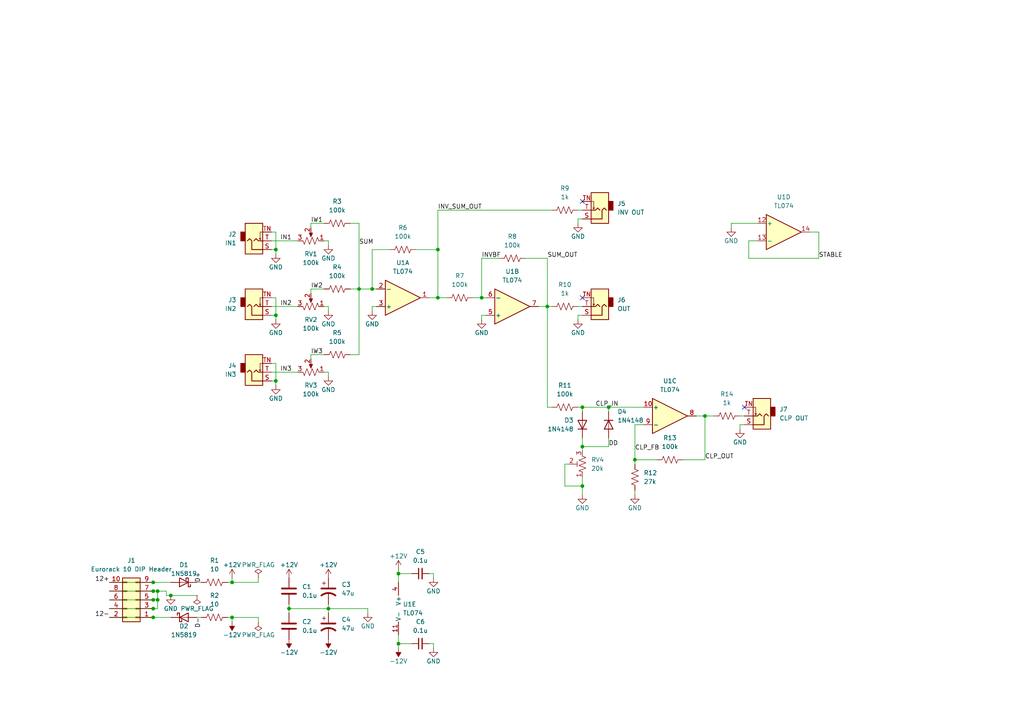
<source format=kicad_sch>
(kicad_sch (version 20230121) (generator eeschema)
  (paper "A4")
  (lib_symbols
    (symbol "Amplifier_Operational:TL074" (pin_names (offset 0.127))
      (property "Reference" "U" (at 0 5.08 0))
      (property "Value" "TL074" (at 0 -5.08 0))
      (symbol "TL074_1_1"
        (polyline (pts (xy -5.08 5.08) (xy 5.08 0) (xy -5.08 -5.08) (xy -5.08 5.08)) (stroke (width 0.254)) (fill (type background)))
        (pin output line (at 7.62 0 180) (length 2.54) (name "~") (number "1"))
        (pin input line (at -7.62 -2.54 0) (length 2.54) (name "-") (number "2"))
        (pin input line (at -7.62 2.54 0) (length 2.54) (name "+") (number "3"))
      )
      (symbol "TL074_2_1"
        (polyline (pts (xy -5.08 5.08) (xy 5.08 0) (xy -5.08 -5.08) (xy -5.08 5.08)) (stroke (width 0.254)) (fill (type background)))
        (pin input line (at -7.62 2.54 0) (length 2.54) (name "+") (number "5"))
        (pin input line (at -7.62 -2.54 0) (length 2.54) (name "-") (number "6"))
        (pin output line (at 7.62 0 180) (length 2.54) (name "~") (number "7"))
      )
      (symbol "TL074_3_1"
        (polyline (pts (xy -5.08 5.08) (xy 5.08 0) (xy -5.08 -5.08) (xy -5.08 5.08)) (stroke (width 0.254)) (fill (type background)))
        (pin input line (at -7.62 2.54 0) (length 2.54) (name "+") (number "10"))
        (pin output line (at 7.62 0 180) (length 2.54) (name "~") (number "8"))
        (pin input line (at -7.62 -2.54 0) (length 2.54) (name "-") (number "9"))
      )
      (symbol "TL074_4_1"
        (polyline (pts (xy -5.08 5.08) (xy 5.08 0) (xy -5.08 -5.08) (xy -5.08 5.08)) (stroke (width 0.254)) (fill (type background)))
        (pin input line (at -7.62 2.54 0) (length 2.54) (name "+") (number "12"))
        (pin input line (at -7.62 -2.54 0) (length 2.54) (name "-") (number "13"))
        (pin output line (at 7.62 0 180) (length 2.54) (name "~") (number "14"))
      )
      (symbol "TL074_5_1"
        (pin power_in line (at -2.54 -7.62 90) (length 3.81) (name "V-") (number "11"))
        (pin power_in line (at -2.54 7.62 270) (length 3.81) (name "V+") (number "4"))
      )
    )
    (symbol "Connector:AudioJack2_SwitchT"
      (property "Reference" "J" (at 0 8.89 0))
      (property "Value" "AudioJack2_SwitchT" (at 0 6.35 0))
      (symbol "AudioJack2_SwitchT_0_1"
        (rectangle (start -2.54 0) (end -3.81 -2.54) (stroke (width 0.254)) (fill (type outline)))
        (polyline (pts (xy 1.778 -0.254) (xy 2.032 -0.762)))
        (polyline (pts (xy 0 0) (xy 0.635 -0.635) (xy 1.27 0) (xy 2.54 0)) (stroke (width 0.254)))
        (polyline (pts (xy 2.54 -2.54) (xy 1.778 -2.54) (xy 1.778 -0.254) (xy 1.524 -0.762)))
        (polyline (pts (xy 2.54 2.54) (xy -0.635 2.54) (xy -0.635 0) (xy -1.27 -0.635) (xy -1.905 0)) (stroke (width 0.254)))
        (rectangle (start 2.54 3.81) (end -2.54 -5.08) (stroke (width 0.254)) (fill (type background)))
      )
      (symbol "AudioJack2_SwitchT_1_1"
        (pin passive line (at 5.08 2.54 180) (length 2.54) (name "~") (number "S"))
        (pin passive line (at 5.08 0 180) (length 2.54) (name "~") (number "T"))
        (pin passive line (at 5.08 -2.54 180) (length 2.54) (name "~") (number "TN"))
      )
    )
    (symbol "Connector_Generic:Conn_02x05_Odd_Even" (pin_names (offset 1.016) hide)
      (property "Reference" "J" (at 1.27 7.62 0))
      (property "Value" "Conn_02x05_Odd_Even" (at 1.27 -7.62 0))
      (symbol "Conn_02x05_Odd_Even_1_1"
        (rectangle (start -1.27 -4.953) (end 0 -5.207) (stroke (width 0.1524)))
        (rectangle (start -1.27 -2.413) (end 0 -2.667) (stroke (width 0.1524)))
        (rectangle (start -1.27 0.127) (end 0 -0.127) (stroke (width 0.1524)))
        (rectangle (start -1.27 2.667) (end 0 2.413) (stroke (width 0.1524)))
        (rectangle (start -1.27 5.207) (end 0 4.953) (stroke (width 0.1524)))
        (rectangle (start -1.27 6.35) (end 3.81 -6.35) (stroke (width 0.254)) (fill (type background)))
        (rectangle (start 3.81 -4.953) (end 2.54 -5.207) (stroke (width 0.1524)))
        (rectangle (start 3.81 -2.413) (end 2.54 -2.667) (stroke (width 0.1524)))
        (rectangle (start 3.81 0.127) (end 2.54 -0.127) (stroke (width 0.1524)))
        (rectangle (start 3.81 2.667) (end 2.54 2.413) (stroke (width 0.1524)))
        (rectangle (start 3.81 5.207) (end 2.54 4.953) (stroke (width 0.1524)))
        (pin passive line (at -5.08 5.08 0) (length 3.81) (name "Pin_1") (number "1"))
        (pin passive line (at 7.62 -5.08 180) (length 3.81) (name "Pin_10") (number "10"))
        (pin passive line (at 7.62 5.08 180) (length 3.81) (name "Pin_2") (number "2"))
        (pin passive line (at -5.08 2.54 0) (length 3.81) (name "Pin_3") (number "3"))
        (pin passive line (at 7.62 2.54 180) (length 3.81) (name "Pin_4") (number "4"))
        (pin passive line (at -5.08 0 0) (length 3.81) (name "Pin_5") (number "5"))
        (pin passive line (at 7.62 0 180) (length 3.81) (name "Pin_6") (number "6"))
        (pin passive line (at -5.08 -2.54 0) (length 3.81) (name "Pin_7") (number "7"))
        (pin passive line (at 7.62 -2.54 180) (length 3.81) (name "Pin_8") (number "8"))
        (pin passive line (at -5.08 -5.08 0) (length 3.81) (name "Pin_9") (number "9"))
      )
    )
    (symbol "Device:C" (pin_numbers hide) (pin_names (offset 0.254))
      (property "Reference" "C" (at 0.635 2.54 0))
      (property "Value" "C" (at 0.635 -2.54 0))
      (symbol "C_0_1"
        (polyline (pts (xy -2.032 -0.762) (xy 2.032 -0.762)) (stroke (width 0.508)))
        (polyline (pts (xy -2.032 0.762) (xy 2.032 0.762)) (stroke (width 0.508)))
      )
      (symbol "C_1_1"
        (pin passive line (at 0 3.81 270) (length 2.794) (name "~") (number "1"))
        (pin passive line (at 0 -3.81 90) (length 2.794) (name "~") (number "2"))
      )
    )
    (symbol "Device:C_Polarized_US" (pin_numbers hide) (pin_names (offset 0.254) hide)
      (property "Reference" "C" (at 0.635 2.54 0))
      (property "Value" "C_Polarized_US" (at 0.635 -2.54 0))
      (symbol "C_Polarized_US_0_1"
        (polyline (pts (xy -2.032 0.762) (xy 2.032 0.762)) (stroke (width 0.508)))
        (polyline (pts (xy -1.778 2.286) (xy -0.762 2.286)))
        (polyline (pts (xy -1.27 1.778) (xy -1.27 2.794)))
        (arc (start 2.032 -1.27) (mid 0 -0.5572) (end -2.032 -1.27) (stroke (width 0.508)))
      )
      (symbol "C_Polarized_US_1_1"
        (pin passive line (at 0 3.81 270) (length 2.794) (name "~") (number "1"))
        (pin passive line (at 0 -3.81 90) (length 3.302) (name "~") (number "2"))
      )
    )
    (symbol "Device:C_Small" (pin_numbers hide) (pin_names (offset 0.254) hide)
      (property "Reference" "C" (at 0.254 1.778 0))
      (property "Value" "C_Small" (at 0.254 -2.032 0))
      (symbol "C_Small_0_1"
        (polyline (pts (xy -1.524 -0.508) (xy 1.524 -0.508)) (stroke (width 0.3302)))
        (polyline (pts (xy -1.524 0.508) (xy 1.524 0.508)) (stroke (width 0.3048)))
      )
      (symbol "C_Small_1_1"
        (pin passive line (at 0 2.54 270) (length 2.032) (name "~") (number "1"))
        (pin passive line (at 0 -2.54 90) (length 2.032) (name "~") (number "2"))
      )
    )
    (symbol "Device:D" (pin_numbers hide) (pin_names (offset 1.016) hide)
      (property "Reference" "D" (at 0 2.54 0))
      (property "Value" "D" (at 0 -2.54 0))
      (symbol "D_0_1"
        (polyline (pts (xy -1.27 1.27) (xy -1.27 -1.27)) (stroke (width 0.254)))
        (polyline (pts (xy 1.27 0) (xy -1.27 0)))
        (polyline (pts (xy 1.27 1.27) (xy 1.27 -1.27) (xy -1.27 0) (xy 1.27 1.27)) (stroke (width 0.254)))
      )
      (symbol "D_1_1"
        (pin passive line (at -3.81 0 0) (length 2.54) (name "K") (number "1"))
        (pin passive line (at 3.81 0 180) (length 2.54) (name "A") (number "2"))
      )
    )
    (symbol "Device:R_Potentiometer_Trim_US" (pin_names (offset 1.016) hide)
      (property "Reference" "RV" (at -4.445 0 90))
      (property "Value" "R_Potentiometer_Trim_US" (at -2.54 0 90))
      (symbol "R_Potentiometer_Trim_US_0_1"
        (polyline (pts (xy 0 -2.286) (xy 0 -2.54)))
        (polyline (pts (xy 0 2.286) (xy 0 2.54)))
        (polyline (pts (xy 1.524 0.762) (xy 1.524 -0.762)))
        (polyline (pts (xy 2.54 0) (xy 1.524 0)))
        (polyline (pts (xy 0 -0.762) (xy 1.016 -1.143) (xy 0 -1.524) (xy -1.016 -1.905) (xy 0 -2.286)))
        (polyline (pts (xy 0 0.762) (xy 1.016 0.381) (xy 0 0) (xy -1.016 -0.381) (xy 0 -0.762)))
        (polyline (pts (xy 0 2.286) (xy 1.016 1.905) (xy 0 1.524) (xy -1.016 1.143) (xy 0 0.762)))
      )
      (symbol "R_Potentiometer_Trim_US_1_1"
        (pin passive line (at 0 3.81 270) (length 1.27) (name "1") (number "1"))
        (pin passive line (at 3.81 0 180) (length 1.27) (name "2") (number "2"))
        (pin passive line (at 0 -3.81 90) (length 1.27) (name "3") (number "3"))
      )
    )
    (symbol "Device:R_Potentiometer_US" (pin_names (offset 1.016) hide)
      (property "Reference" "RV" (at -4.445 0 90))
      (property "Value" "R_Potentiometer_US" (at -2.54 0 90))
      (symbol "R_Potentiometer_US_0_1"
        (polyline (pts (xy 0 -2.286) (xy 0 -2.54)))
        (polyline (pts (xy 0 2.54) (xy 0 2.286)))
        (polyline (pts (xy 2.54 0) (xy 1.524 0)))
        (polyline (pts (xy 1.143 0) (xy 2.286 0.508) (xy 2.286 -0.508) (xy 1.143 0)) (fill (type outline)))
        (polyline (pts (xy 0 -0.762) (xy 1.016 -1.143) (xy 0 -1.524) (xy -1.016 -1.905) (xy 0 -2.286)))
        (polyline (pts (xy 0 0.762) (xy 1.016 0.381) (xy 0 0) (xy -1.016 -0.381) (xy 0 -0.762)))
        (polyline (pts (xy 0 2.286) (xy 1.016 1.905) (xy 0 1.524) (xy -1.016 1.143) (xy 0 0.762)))
      )
      (symbol "R_Potentiometer_US_1_1"
        (pin passive line (at 0 3.81 270) (length 1.27) (name "1") (number "1"))
        (pin passive line (at 3.81 0 180) (length 1.27) (name "2") (number "2"))
        (pin passive line (at 0 -3.81 90) (length 1.27) (name "3") (number "3"))
      )
    )
    (symbol "Device:R_US" (pin_numbers hide) (pin_names (offset 0))
      (property "Reference" "R" (at 2.54 0 90))
      (property "Value" "R_US" (at -2.54 0 90))
      (symbol "R_US_0_1"
        (polyline (pts (xy 0 -2.286) (xy 0 -2.54)))
        (polyline (pts (xy 0 2.286) (xy 0 2.54)))
        (polyline (pts (xy 0 -0.762) (xy 1.016 -1.143) (xy 0 -1.524) (xy -1.016 -1.905) (xy 0 -2.286)))
        (polyline (pts (xy 0 0.762) (xy 1.016 0.381) (xy 0 0) (xy -1.016 -0.381) (xy 0 -0.762)))
        (polyline (pts (xy 0 2.286) (xy 1.016 1.905) (xy 0 1.524) (xy -1.016 1.143) (xy 0 0.762)))
      )
      (symbol "R_US_1_1"
        (pin passive line (at 0 3.81 270) (length 1.27) (name "~") (number "1"))
        (pin passive line (at 0 -3.81 90) (length 1.27) (name "~") (number "2"))
      )
    )
    (symbol "Diode:1N5819" (pin_numbers hide) (pin_names (offset 1.016) hide)
      (property "Reference" "D" (at 0 2.54 0))
      (property "Value" "1N5819" (at 0 -2.54 0))
      (symbol "1N5819_0_1"
        (polyline (pts (xy 1.27 0) (xy -1.27 0)))
        (polyline (pts (xy 1.27 1.27) (xy 1.27 -1.27) (xy -1.27 0) (xy 1.27 1.27)) (stroke (width 0.254)))
        (polyline (pts (xy -1.905 0.635) (xy -1.905 1.27) (xy -1.27 1.27) (xy -1.27 -1.27) (xy -0.635 -1.27) (xy -0.635 -0.635)) (stroke (width 0.254)))
      )
      (symbol "1N5819_1_1"
        (pin passive line (at -3.81 0 0) (length 2.54) (name "K") (number "1"))
        (pin passive line (at 3.81 0 180) (length 2.54) (name "A") (number "2"))
      )
    )
    (symbol "power:+12V" (power) (pin_names (offset 0))
      (property "Value" "+12V" (at 0 3.556 0))
      (symbol "+12V_0_1"
        (polyline (pts (xy -0.762 1.27) (xy 0 2.54)))
        (polyline (pts (xy 0 0) (xy 0 2.54)))
        (polyline (pts (xy 0 2.54) (xy 0.762 1.27)))
      )
      (symbol "+12V_1_1"
        (pin power_in line (at 0 0 90) (length 0) hide (name "+12V") (number "1"))
      )
    )
    (symbol "power:-12V" (power) (pin_names (offset 0))
      (property "Value" "-12V" (at 0 3.81 0))
      (symbol "-12V_0_0"
        (pin power_in line (at 0 0 90) (length 0) hide (name "-12V") (number "1"))
      )
      (symbol "-12V_0_1"
        (polyline (pts (xy 0 0) (xy 0 1.27) (xy 0.762 1.27) (xy 0 2.54) (xy -0.762 1.27) (xy 0 1.27)) (fill (type outline)))
      )
    )
    (symbol "power:GND" (power) (pin_names (offset 0))
      (property "Value" "GND" (at 0 -3.81 0))
      (symbol "GND_0_1"
        (polyline (pts (xy 0 0) (xy 0 -1.27) (xy 1.27 -1.27) (xy 0 -2.54) (xy -1.27 -1.27) (xy 0 -1.27)))
      )
      (symbol "GND_1_1"
        (pin power_in line (at 0 0 270) (length 0) hide (name "GND") (number "1"))
      )
    )
    (symbol "power:PWR_FLAG" (power) (pin_numbers hide) (pin_names (offset 0) hide)
      (property "Value" "PWR_FLAG" (at 0 3.81 0))
      (symbol "PWR_FLAG_0_0"
        (pin power_out line (at 0 0 90) (length 0) (name "pwr") (number "1"))
      )
      (symbol "PWR_FLAG_0_1"
        (polyline (pts (xy 0 0) (xy 0 1.27) (xy -1.016 1.905) (xy 0 2.54) (xy 1.016 1.905) (xy 0 1.27)))
      )
    )
  )
  (junction (at 176.53 118.11))
  (junction (at 44.45 179.07))
  (junction (at 158.75 88.9))
  (junction (at 67.31 179.07))
  (junction (at 80.01 91.44))
  (junction (at 44.45 171.45))
  (junction (at 139.7 86.36))
  (junction (at 83.82 176.53))
  (junction (at 168.91 129.54))
  (junction (at 49.53 172.72))
  (junction (at 107.95 83.82))
  (junction (at 44.45 168.91))
  (junction (at 44.45 176.53))
  (junction (at 95.25 176.53))
  (junction (at 44.45 173.99))
  (junction (at 104.14 83.82))
  (junction (at 184.15 133.35))
  (junction (at 115.57 166.37))
  (junction (at 168.91 140.97))
  (junction (at 168.91 118.11))
  (junction (at 80.01 110.49))
  (junction (at 204.47 120.65))
  (junction (at 127 72.39))
  (junction (at 45.72 171.45))
  (junction (at 45.72 173.99))
  (junction (at 115.57 186.69))
  (junction (at 67.31 168.91))
  (junction (at 80.01 72.39))
  (junction (at 127 86.36))
  (no_connect (at 168.91 86.36))
  (no_connect (at 215.9 118.11))
  (no_connect (at 168.91 58.42))
  (wire (pts (xy 176.53 127) (xy 176.53 129.54)))
  (wire (pts (xy 104.14 64.77) (xy 104.14 83.82)))
  (wire (pts (xy 80.01 72.39) (xy 80.01 73.66)))
  (wire (pts (xy 74.93 167.64) (xy 74.93 168.91)))
  (wire (pts (xy 83.82 176.53) (xy 95.25 176.53)))
  (wire (pts (xy 215.9 123.19) (xy 214.63 123.19)))
  (wire (pts (xy 219.71 64.77) (xy 212.09 64.77)))
  (wire (pts (xy 106.68 176.53) (xy 95.25 176.53)))
  (wire (pts (xy 78.74 110.49) (xy 80.01 110.49)))
  (wire (pts (xy 127 86.36) (xy 127 72.39)))
  (wire (pts (xy 107.95 90.17) (xy 107.95 88.9)))
  (wire (pts (xy 158.75 74.93) (xy 152.4 74.93)))
  (wire (pts (xy 160.02 60.96) (xy 127 60.96)))
  (wire (pts (xy 125.73 166.37) (xy 125.73 167.64)))
  (wire (pts (xy 101.6 102.87) (xy 104.14 102.87)))
  (wire (pts (xy 158.75 88.9) (xy 158.75 74.93)))
  (wire (pts (xy 124.46 186.69) (xy 125.73 186.69)))
  (wire (pts (xy 101.6 83.82) (xy 104.14 83.82)))
  (wire (pts (xy 158.75 88.9) (xy 158.75 118.11)))
  (wire (pts (xy 184.15 123.19) (xy 186.69 123.19)))
  (wire (pts (xy 168.91 129.54) (xy 168.91 130.81)))
  (wire (pts (xy 144.78 74.93) (xy 139.7 74.93)))
  (wire (pts (xy 176.53 118.11) (xy 186.69 118.11)))
  (wire (pts (xy 184.15 133.35) (xy 184.15 123.19)))
  (wire (pts (xy 139.7 92.71) (xy 139.7 91.44)))
  (wire (pts (xy 168.91 118.11) (xy 168.91 119.38)))
  (wire (pts (xy 80.01 91.44) (xy 80.01 92.71)))
  (wire (pts (xy 44.45 173.99) (xy 45.72 173.99)))
  (wire (pts (xy 48.26 172.72) (xy 49.53 172.72)))
  (wire (pts (xy 167.64 63.5) (xy 168.91 63.5)))
  (wire (pts (xy 93.98 83.82) (xy 90.17 83.82)))
  (wire (pts (xy 113.03 72.39) (xy 107.95 72.39)))
  (wire (pts (xy 167.64 88.9) (xy 168.91 88.9)))
  (wire (pts (xy 90.17 83.82) (xy 90.17 85.09)))
  (wire (pts (xy 139.7 74.93) (xy 139.7 86.36)))
  (wire (pts (xy 168.91 118.11) (xy 176.53 118.11)))
  (wire (pts (xy 44.45 179.07) (xy 49.53 179.07)))
  (wire (pts (xy 80.01 86.36) (xy 80.01 91.44)))
  (wire (pts (xy 31.75 168.91) (xy 44.45 168.91)))
  (wire (pts (xy 106.68 177.8) (xy 106.68 176.53)))
  (wire (pts (xy 163.83 134.62) (xy 163.83 140.97)))
  (wire (pts (xy 176.53 118.11) (xy 176.53 119.38)))
  (wire (pts (xy 66.04 179.07) (xy 67.31 179.07)))
  (wire (pts (xy 31.75 176.53) (xy 44.45 176.53)))
  (wire (pts (xy 115.57 186.69) (xy 115.57 187.96)))
  (wire (pts (xy 78.74 86.36) (xy 80.01 86.36)))
  (wire (pts (xy 127 72.39) (xy 120.65 72.39)))
  (wire (pts (xy 198.12 133.35) (xy 204.47 133.35)))
  (wire (pts (xy 67.31 167.64) (xy 67.31 168.91)))
  (wire (pts (xy 80.01 67.31) (xy 80.01 72.39)))
  (wire (pts (xy 49.53 172.72) (xy 57.15 172.72)))
  (wire (pts (xy 127 60.96) (xy 127 72.39)))
  (wire (pts (xy 45.72 173.99) (xy 45.72 171.45)))
  (wire (pts (xy 95.25 69.85) (xy 95.25 71.12)))
  (wire (pts (xy 78.74 69.85) (xy 86.36 69.85)))
  (wire (pts (xy 107.95 83.82) (xy 109.22 83.82)))
  (wire (pts (xy 78.74 91.44) (xy 80.01 91.44)))
  (wire (pts (xy 190.5 133.35) (xy 184.15 133.35)))
  (wire (pts (xy 127 86.36) (xy 129.54 86.36)))
  (wire (pts (xy 125.73 186.69) (xy 125.73 187.96)))
  (wire (pts (xy 214.63 123.19) (xy 214.63 124.46)))
  (wire (pts (xy 167.64 91.44) (xy 167.64 92.71)))
  (wire (pts (xy 160.02 118.11) (xy 158.75 118.11)))
  (wire (pts (xy 78.74 88.9) (xy 86.36 88.9)))
  (wire (pts (xy 204.47 120.65) (xy 207.01 120.65)))
  (wire (pts (xy 167.64 60.96) (xy 168.91 60.96)))
  (wire (pts (xy 80.01 105.41) (xy 80.01 110.49)))
  (wire (pts (xy 115.57 186.69) (xy 119.38 186.69)))
  (wire (pts (xy 78.74 72.39) (xy 80.01 72.39)))
  (wire (pts (xy 90.17 102.87) (xy 90.17 104.14)))
  (wire (pts (xy 204.47 133.35) (xy 204.47 120.65)))
  (wire (pts (xy 44.45 168.91) (xy 49.53 168.91)))
  (wire (pts (xy 31.75 179.07) (xy 44.45 179.07)))
  (wire (pts (xy 45.72 176.53) (xy 45.72 173.99)))
  (wire (pts (xy 93.98 107.95) (xy 95.25 107.95)))
  (wire (pts (xy 67.31 179.07) (xy 74.93 179.07)))
  (wire (pts (xy 214.63 120.65) (xy 215.9 120.65)))
  (wire (pts (xy 66.04 168.91) (xy 67.31 168.91)))
  (wire (pts (xy 48.26 171.45) (xy 48.26 172.72)))
  (wire (pts (xy 163.83 140.97) (xy 168.91 140.97)))
  (wire (pts (xy 78.74 105.41) (xy 80.01 105.41)))
  (wire (pts (xy 67.31 168.91) (xy 74.93 168.91)))
  (wire (pts (xy 57.15 168.91) (xy 58.42 168.91)))
  (wire (pts (xy 93.98 69.85) (xy 95.25 69.85)))
  (wire (pts (xy 124.46 166.37) (xy 125.73 166.37)))
  (wire (pts (xy 156.21 88.9) (xy 158.75 88.9)))
  (wire (pts (xy 201.93 120.65) (xy 204.47 120.65)))
  (wire (pts (xy 158.75 88.9) (xy 160.02 88.9)))
  (wire (pts (xy 137.16 86.36) (xy 139.7 86.36)))
  (wire (pts (xy 80.01 110.49) (xy 80.01 111.76)))
  (wire (pts (xy 184.15 142.24) (xy 184.15 143.51)))
  (wire (pts (xy 167.64 118.11) (xy 168.91 118.11)))
  (wire (pts (xy 168.91 138.43) (xy 168.91 140.97)))
  (wire (pts (xy 45.72 171.45) (xy 48.26 171.45)))
  (wire (pts (xy 67.31 179.07) (xy 67.31 180.34)))
  (wire (pts (xy 139.7 91.44) (xy 140.97 91.44)))
  (wire (pts (xy 95.25 176.53) (xy 95.25 177.8)))
  (wire (pts (xy 124.46 86.36) (xy 127 86.36)))
  (wire (pts (xy 168.91 129.54) (xy 168.91 127)))
  (wire (pts (xy 93.98 64.77) (xy 90.17 64.77)))
  (wire (pts (xy 219.71 69.85) (xy 217.17 69.85)))
  (wire (pts (xy 78.74 67.31) (xy 80.01 67.31)))
  (wire (pts (xy 104.14 102.87) (xy 104.14 83.82)))
  (wire (pts (xy 176.53 129.54) (xy 168.91 129.54)))
  (wire (pts (xy 93.98 88.9) (xy 95.25 88.9)))
  (wire (pts (xy 184.15 133.35) (xy 184.15 134.62)))
  (wire (pts (xy 167.64 64.77) (xy 167.64 63.5)))
  (wire (pts (xy 57.15 179.07) (xy 58.42 179.07)))
  (wire (pts (xy 217.17 69.85) (xy 217.17 74.93)))
  (wire (pts (xy 44.45 171.45) (xy 45.72 171.45)))
  (wire (pts (xy 95.25 88.9) (xy 95.25 90.17)))
  (wire (pts (xy 95.25 175.26) (xy 95.25 176.53)))
  (wire (pts (xy 101.6 64.77) (xy 104.14 64.77)))
  (wire (pts (xy 44.45 176.53) (xy 45.72 176.53)))
  (wire (pts (xy 83.82 175.26) (xy 83.82 176.53)))
  (wire (pts (xy 93.98 102.87) (xy 90.17 102.87)))
  (wire (pts (xy 107.95 72.39) (xy 107.95 83.82)))
  (wire (pts (xy 212.09 64.77) (xy 212.09 66.04)))
  (wire (pts (xy 83.82 176.53) (xy 83.82 177.8)))
  (wire (pts (xy 31.75 171.45) (xy 44.45 171.45)))
  (wire (pts (xy 115.57 166.37) (xy 115.57 168.91)))
  (wire (pts (xy 115.57 184.15) (xy 115.57 186.69)))
  (wire (pts (xy 217.17 74.93) (xy 237.49 74.93)))
  (wire (pts (xy 115.57 166.37) (xy 119.38 166.37)))
  (wire (pts (xy 168.91 91.44) (xy 167.64 91.44)))
  (wire (pts (xy 107.95 88.9) (xy 109.22 88.9)))
  (wire (pts (xy 165.1 134.62) (xy 163.83 134.62)))
  (wire (pts (xy 90.17 64.77) (xy 90.17 66.04)))
  (wire (pts (xy 237.49 67.31) (xy 234.95 67.31)))
  (wire (pts (xy 31.75 173.99) (xy 44.45 173.99)))
  (wire (pts (xy 74.93 179.07) (xy 74.93 180.34)))
  (wire (pts (xy 139.7 86.36) (xy 140.97 86.36)))
  (wire (pts (xy 78.74 107.95) (xy 86.36 107.95)))
  (wire (pts (xy 168.91 140.97) (xy 168.91 143.51)))
  (wire (pts (xy 237.49 74.93) (xy 237.49 67.31)))
  (wire (pts (xy 104.14 83.82) (xy 107.95 83.82)))
  (wire (pts (xy 95.25 107.95) (xy 95.25 109.22)))
  (wire (pts (xy 115.57 165.1) (xy 115.57 166.37)))
  (label "D+" (at 58.42 168.91 90))
  (label "CLP_FB" (at 184.15 130.81 0))
  (label "IW2" (at 90.17 83.82 0))
  (label "IW1" (at 90.17 64.77 0))
  (label "12-" (at 31.75 179.07 180))
  (label "STABLE" (at 237.49 74.93 0))
  (label "CLP_IN" (at 172.72 118.11 0))
  (label "SUM" (at 104.14 71.12 0))
  (label "INV_SUM_OUT" (at 127 60.96 0))
  (label "SUM_OUT" (at 158.75 74.93 0))
  (label "IW3" (at 90.17 102.87 0))
  (label "12+" (at 31.75 168.91 180))
  (label "CLP_OUT" (at 204.47 133.35 0))
  (label "IN3" (at 81.28 107.95 0))
  (label "DD" (at 176.53 129.54 0))
  (label "INVBF" (at 139.7 74.93 0))
  (label "IN2" (at 81.28 88.9 0))
  (label "IN1" (at 81.28 69.85 0))
  (label "D-" (at 58.42 179.07 270))
  (symbol (lib_id "Device:C_Small") (at 121.92 166.37 90) (unit 1)
    (property "Reference" "C5" (at 121.9263 160.02 90))
    (property "Value" "0.1u" (at 121.9263 162.56 90))
    (property "Footprint" "Capacitor_THT:C_Disc_D4.7mm_W2.5mm_P5.00mm" (effects hide))
  )
  (symbol (lib_id "Device:C_Polarized_US") (at 95.25 181.61 0) (unit 1)
    (property "Reference" "C4" (at 99.06 179.7049 0) (effects (justify left)))
    (property "Value" "47u" (at 99.06 182.2449 0) (effects (justify left)))
    (property "Footprint" "Capacitor_THT:CP_Radial_D4.0mm_P2.00mm" (effects hide))
  )
  (symbol (lib_id "power:-12V") (at 67.31 180.34 180) (unit 1)
    (property "Reference" "#PWR03" (effects hide))
    (property "Value" "-12V" (at 67.31 184.15 0))
  )
  (symbol (lib_id "power:GND") (at 49.53 172.72 0) (unit 1)
    (property "Reference" "#PWR01" (effects hide))
    (property "Value" "GND" (at 49.53 176.53 0))
  )
  (symbol (lib_id "power:GND") (at 80.01 92.71 0) (unit 1)
    (property "Reference" "#PWR05" (effects hide))
    (property "Value" "GND" (at 80.01 96.52 0))
  )
  (symbol (lib_id "power:GND") (at 107.95 90.17 0) (unit 1)
    (property "Reference" "#PWR015" (effects hide))
    (property "Value" "GND" (at 107.95 93.98 0))
  )
  (symbol (lib_id "Device:R_Potentiometer_US") (at 90.17 88.9 270) (mirror x) (unit 1)
    (property "Reference" "RV2" (at 90.17 92.71 90))
    (property "Value" "100k" (at 90.17 95.25 90))
    (property "Footprint" "Custom_Footprints:Alpha_9mm_Potentiometer_Aligned" (effects hide))
  )
  (symbol (lib_id "power:-12V") (at 115.57 187.96 180) (unit 1)
    (property "Reference" "#PWR017" (effects hide))
    (property "Value" "-12V" (at 115.57 191.77 0))
  )
  (symbol (lib_id "Device:R_US") (at 97.79 83.82 90) (unit 1)
    (property "Reference" "R4" (at 97.79 77.47 90))
    (property "Value" "100k" (at 97.79 80.01 90))
    (property "Footprint" "Resistor_THT:R_Axial_DIN0207_L6.3mm_D2.5mm_P2.54mm_Vertical" (effects hide))
  )
  (symbol (lib_id "power:GND") (at 167.64 92.71 0) (unit 1)
    (property "Reference" "#PWR022" (effects hide))
    (property "Value" "GND" (at 167.64 96.52 0))
  )
  (symbol (lib_id "power:-12V") (at 95.25 185.42 180) (unit 1)
    (property "Reference" "#PWR013" (effects hide))
    (property "Value" "-12V" (at 95.25 189.23 0))
  )
  (symbol (lib_id "Connector:AudioJack2_SwitchT") (at 173.99 60.96 180) (unit 1)
    (property "Reference" "J5" (at 179.07 59.0549 0) (effects (justify right)))
    (property "Value" "INV OUT" (at 179.07 61.5949 0) (effects (justify right)))
    (property "Footprint" "Connector_Audio:Jack_3.5mm_QingPu_WQP-PJ398SM_Vertical_CircularHoles" (effects hide))
  )
  (symbol (lib_id "Device:C") (at 83.82 171.45 180) (unit 1)
    (property "Reference" "C1" (at 87.63 170.1799 0) (effects (justify right)))
    (property "Value" "0.1u" (at 87.63 172.7199 0) (effects (justify right)))
    (property "Footprint" "Capacitor_THT:C_Disc_D4.7mm_W2.5mm_P5.00mm" (effects hide))
  )
  (symbol (lib_id "Amplifier_Operational:TL074") (at 118.11 176.53 0) (unit 5)
    (property "Reference" "U1" (at 116.84 175.2599 0) (effects (justify left)))
    (property "Value" "TL074" (at 116.84 177.7999 0) (effects (justify left)))
    (property "Footprint" "Package_DIP:DIP-14_W7.62mm" (effects hide))
    (property "Datasheet" "http://www.ti.com/lit/ds/symlink/tl071.pdf" (effects hide))
  )
  (symbol (lib_id "power:GND") (at 95.25 109.22 0) (unit 1)
    (property "Reference" "#PWR011" (effects hide))
    (property "Value" "GND" (at 95.25 113.03 0))
  )
  (symbol (lib_id "Device:C_Polarized_US") (at 95.25 171.45 0) (unit 1)
    (property "Reference" "C3" (at 99.06 169.5449 0) (effects (justify left)))
    (property "Value" "47u" (at 99.06 172.0849 0) (effects (justify left)))
    (property "Footprint" "Capacitor_THT:CP_Radial_D4.0mm_P2.00mm" (effects hide))
  )
  (symbol (lib_id "power:+12V") (at 83.82 167.64 0) (unit 1)
    (property "Reference" "#PWR07" (effects hide))
    (property "Value" "+12V" (at 83.82 163.83 0))
  )
  (symbol (lib_id "power:+12V") (at 67.31 167.64 0) (unit 1)
    (property "Reference" "#PWR02" (effects hide))
    (property "Value" "+12V" (at 67.31 163.83 0))
  )
  (symbol (lib_id "Device:R_US") (at 97.79 102.87 90) (unit 1)
    (property "Reference" "R5" (at 97.79 96.52 90))
    (property "Value" "100k" (at 97.79 99.06 90))
    (property "Footprint" "Resistor_THT:R_Axial_DIN0207_L6.3mm_D2.5mm_P2.54mm_Vertical" (effects hide))
  )
  (symbol (lib_id "power:GND") (at 167.64 64.77 0) (unit 1)
    (property "Reference" "#PWR021" (effects hide))
    (property "Value" "GND" (at 167.64 68.58 0))
  )
  (symbol (lib_id "power:GND") (at 184.15 143.51 0) (unit 1)
    (property "Reference" "#PWR024" (effects hide))
    (property "Value" "GND" (at 184.15 147.32 0))
  )
  (symbol (lib_id "Connector:AudioJack2_SwitchT") (at 73.66 88.9 0) (mirror x) (unit 1)
    (property "Reference" "J3" (at 68.58 86.9949 0) (effects (justify right)))
    (property "Value" "IN2" (at 68.58 89.5349 0) (effects (justify right)))
    (property "Footprint" "Connector_Audio:Jack_3.5mm_QingPu_WQP-PJ398SM_Vertical_CircularHoles" (effects hide))
  )
  (symbol (lib_id "Device:R_US") (at 163.83 88.9 90) (unit 1)
    (property "Reference" "R10" (at 163.83 82.55 90))
    (property "Value" "1k" (at 163.83 85.09 90))
    (property "Footprint" "Resistor_THT:R_Axial_DIN0207_L6.3mm_D2.5mm_P2.54mm_Vertical" (effects hide))
  )
  (symbol (lib_id "Device:R_US") (at 116.84 72.39 90) (unit 1)
    (property "Reference" "R6" (at 116.84 66.04 90))
    (property "Value" "100k" (at 116.84 68.58 90))
    (property "Footprint" "Resistor_THT:R_Axial_DIN0207_L6.3mm_D2.5mm_P2.54mm_Vertical" (effects hide))
  )
  (symbol (lib_id "Device:D") (at 168.91 123.19 90) (unit 1)
    (property "Reference" "D3" (at 166.37 121.92 90) (effects (justify left)))
    (property "Value" "1N4148" (at 166.37 124.46 90) (effects (justify left)))
    (property "Footprint" "Diode_THT:D_DO-41_SOD81_P2.54mm_Vertical_KathodeUp" (effects hide))
  )
  (symbol (lib_id "Device:R_US") (at 148.59 74.93 90) (unit 1)
    (property "Reference" "R8" (at 148.59 68.58 90))
    (property "Value" "100k" (at 148.59 71.12 90))
    (property "Footprint" "Resistor_THT:R_Axial_DIN0207_L6.3mm_D2.5mm_P2.54mm_Vertical" (effects hide))
  )
  (symbol (lib_id "Device:R_US") (at 133.35 86.36 90) (unit 1)
    (property "Reference" "R7" (at 133.35 80.01 90))
    (property "Value" "100k" (at 133.35 82.55 90))
    (property "Footprint" "Resistor_THT:R_Axial_DIN0207_L6.3mm_D2.5mm_P2.54mm_Vertical" (effects hide))
  )
  (symbol (lib_id "power:+12V") (at 95.25 167.64 0) (unit 1)
    (property "Reference" "#PWR012" (effects hide))
    (property "Value" "+12V" (at 95.25 163.83 0))
  )
  (symbol (lib_id "power:PWR_FLAG") (at 74.93 180.34 180) (unit 1)
    (property "Reference" "#FLG03" (effects hide))
    (property "Value" "PWR_FLAG" (at 74.93 184.15 0))
  )
  (symbol (lib_id "power:GND") (at 95.25 90.17 0) (unit 1)
    (property "Reference" "#PWR010" (effects hide))
    (property "Value" "GND" (at 95.25 93.98 0))
  )
  (symbol (lib_id "Amplifier_Operational:TL074") (at 116.84 86.36 0) (mirror x) (unit 1)
    (property "Reference" "U1" (at 116.84 76.2 0))
    (property "Value" "TL074" (at 116.84 78.74 0))
    (property "Footprint" "Package_DIP:DIP-14_W7.62mm" (effects hide))
    (property "Datasheet" "http://www.ti.com/lit/ds/symlink/tl071.pdf" (effects hide))
  )
  (symbol (lib_id "Amplifier_Operational:TL074") (at 148.59 88.9 0) (mirror x) (unit 2)
    (property "Reference" "U1" (at 148.59 78.74 0))
    (property "Value" "TL074" (at 148.59 81.28 0))
    (property "Footprint" "Package_DIP:DIP-14_W7.62mm" (effects hide))
    (property "Datasheet" "http://www.ti.com/lit/ds/symlink/tl071.pdf" (effects hide))
  )
  (symbol (lib_id "Device:R_US") (at 163.83 60.96 90) (unit 1)
    (property "Reference" "R9" (at 163.83 54.61 90))
    (property "Value" "1k" (at 163.83 57.15 90))
    (property "Footprint" "Resistor_THT:R_Axial_DIN0207_L6.3mm_D2.5mm_P2.54mm_Vertical" (effects hide))
  )
  (symbol (lib_id "power:GND") (at 168.91 143.51 0) (unit 1)
    (property "Reference" "#PWR023" (effects hide))
    (property "Value" "GND" (at 168.91 147.32 0))
  )
  (symbol (lib_id "Device:R_US") (at 62.23 168.91 270) (unit 1)
    (property "Reference" "R1" (at 62.23 162.56 90))
    (property "Value" "10" (at 62.23 165.1 90))
    (property "Footprint" "Resistor_THT:R_Axial_DIN0207_L6.3mm_D2.5mm_P2.54mm_Vertical" (effects hide))
  )
  (symbol (lib_id "power:GND") (at 125.73 187.96 0) (unit 1)
    (property "Reference" "#PWR019" (effects hide))
    (property "Value" "GND" (at 125.73 191.77 0))
  )
  (symbol (lib_id "Device:R_Potentiometer_US") (at 90.17 107.95 270) (mirror x) (unit 1)
    (property "Reference" "RV3" (at 90.17 111.76 90))
    (property "Value" "100k" (at 90.17 114.3 90))
    (property "Footprint" "Custom_Footprints:Alpha_9mm_Potentiometer_Aligned" (effects hide))
  )
  (symbol (lib_id "power:+12V") (at 115.57 165.1 0) (unit 1)
    (property "Reference" "#PWR016" (effects hide))
    (property "Value" "+12V" (at 115.57 161.29 0))
  )
  (symbol (lib_id "power:-12V") (at 83.82 185.42 180) (unit 1)
    (property "Reference" "#PWR08" (effects hide))
    (property "Value" "-12V" (at 83.82 189.23 0))
  )
  (symbol (lib_id "Connector:AudioJack2_SwitchT") (at 73.66 69.85 0) (mirror x) (unit 1)
    (property "Reference" "J2" (at 68.58 67.9449 0) (effects (justify right)))
    (property "Value" "IN1" (at 68.58 70.4849 0) (effects (justify right)))
    (property "Footprint" "Connector_Audio:Jack_3.5mm_QingPu_WQP-PJ398SM_Vertical_CircularHoles" (effects hide))
  )
  (symbol (lib_id "Diode:1N5819") (at 53.34 168.91 180) (unit 1)
    (property "Reference" "D1" (at 53.34 163.83 0))
    (property "Value" "1N5819" (at 53.34 166.37 0))
    (property "Footprint" "Diode_THT:D_DO-41_SOD81_P3.81mm_Vertical_KathodeUp" (effects hide))
    (property "Datasheet" "http://www.vishay.com/docs/88525/1n5817.pdf" (effects hide))
  )
  (symbol (lib_id "power:GND") (at 95.25 71.12 0) (unit 1)
    (property "Reference" "#PWR09" (effects hide))
    (property "Value" "GND" (at 95.25 74.93 0))
  )
  (symbol (lib_id "Amplifier_Operational:TL074") (at 227.33 67.31 0) (unit 4)
    (property "Reference" "U1" (at 227.33 57.15 0))
    (property "Value" "TL074" (at 227.33 59.69 0))
    (property "Footprint" "Package_DIP:DIP-14_W7.62mm" (effects hide))
    (property "Datasheet" "http://www.ti.com/lit/ds/symlink/tl071.pdf" (effects hide))
  )
  (symbol (lib_id "power:GND") (at 80.01 73.66 0) (unit 1)
    (property "Reference" "#PWR04" (effects hide))
    (property "Value" "GND" (at 80.01 77.47 0))
  )
  (symbol (lib_id "Device:R_Potentiometer_Trim_US") (at 168.91 134.62 180) (unit 1)
    (property "Reference" "RV4" (at 171.45 133.3499 0) (effects (justify right)))
    (property "Value" "20k" (at 171.45 135.8899 0) (effects (justify right)))
    (property "Footprint" "Custom_Footprints:3296Y1104LF" (effects hide))
  )
  (symbol (lib_id "Device:R_US") (at 62.23 179.07 270) (unit 1)
    (property "Reference" "R2" (at 62.23 172.72 90))
    (property "Value" "10" (at 62.23 175.26 90))
    (property "Footprint" "Resistor_THT:R_Axial_DIN0207_L6.3mm_D2.5mm_P2.54mm_Vertical" (effects hide))
  )
  (symbol (lib_id "Amplifier_Operational:TL074") (at 194.31 120.65 0) (unit 3)
    (property "Reference" "U1" (at 194.31 110.49 0))
    (property "Value" "TL074" (at 194.31 113.03 0))
    (property "Footprint" "Package_DIP:DIP-14_W7.62mm" (effects hide))
    (property "Datasheet" "http://www.ti.com/lit/ds/symlink/tl071.pdf" (effects hide))
  )
  (symbol (lib_id "Device:R_Potentiometer_US") (at 90.17 69.85 270) (mirror x) (unit 1)
    (property "Reference" "RV1" (at 90.17 73.66 90))
    (property "Value" "100k" (at 90.17 76.2 90))
    (property "Footprint" "Custom_Footprints:Alpha_9mm_Potentiometer_Aligned" (effects hide))
  )
  (symbol (lib_id "Connector:AudioJack2_SwitchT") (at 73.66 107.95 0) (mirror x) (unit 1)
    (property "Reference" "J4" (at 68.58 106.0449 0) (effects (justify right)))
    (property "Value" "IN3" (at 68.58 108.5849 0) (effects (justify right)))
    (property "Footprint" "Connector_Audio:Jack_3.5mm_QingPu_WQP-PJ398SM_Vertical_CircularHoles" (effects hide))
  )
  (symbol (lib_id "Device:R_US") (at 97.79 64.77 90) (unit 1)
    (property "Reference" "R3" (at 97.79 58.42 90))
    (property "Value" "100k" (at 97.79 60.96 90))
    (property "Footprint" "Resistor_THT:R_Axial_DIN0207_L6.3mm_D2.5mm_P2.54mm_Vertical" (effects hide))
  )
  (symbol (lib_id "Device:R_US") (at 184.15 138.43 180) (unit 1)
    (property "Reference" "R12" (at 186.69 137.1599 0) (effects (justify right)))
    (property "Value" "27k" (at 186.69 139.6999 0) (effects (justify right)))
    (property "Footprint" "Resistor_THT:R_Axial_DIN0207_L6.3mm_D2.5mm_P2.54mm_Vertical" (effects hide))
  )
  (symbol (lib_id "power:GND") (at 214.63 124.46 0) (unit 1)
    (property "Reference" "#PWR026" (effects hide))
    (property "Value" "GND" (at 214.63 128.27 0))
  )
  (symbol (lib_id "power:GND") (at 106.68 177.8 0) (unit 1)
    (property "Reference" "#PWR014" (effects hide))
    (property "Value" "GND" (at 106.68 181.61 0))
  )
  (symbol (lib_id "Device:R_US") (at 194.31 133.35 90) (unit 1)
    (property "Reference" "R13" (at 194.31 127 90))
    (property "Value" "100k" (at 194.31 129.54 90))
    (property "Footprint" "Resistor_THT:R_Axial_DIN0207_L6.3mm_D2.5mm_P2.54mm_Vertical" (effects hide))
  )
  (symbol (lib_id "Diode:1N5819") (at 53.34 179.07 0) (unit 1)
    (property "Reference" "D2" (at 53.34 181.61 0))
    (property "Value" "1N5819" (at 53.34 184.15 0))
    (property "Footprint" "Diode_THT:D_DO-41_SOD81_P3.81mm_Vertical_KathodeUp" (effects hide))
    (property "Datasheet" "http://www.vishay.com/docs/88525/1n5817.pdf" (effects hide))
  )
  (symbol (lib_id "Device:C_Small") (at 121.92 186.69 90) (unit 1)
    (property "Reference" "C6" (at 121.9263 180.34 90))
    (property "Value" "0.1u" (at 121.9263 182.88 90))
    (property "Footprint" "Capacitor_THT:C_Disc_D4.7mm_W2.5mm_P5.00mm" (effects hide))
  )
  (symbol (lib_id "Connector:AudioJack2_SwitchT") (at 220.98 120.65 180) (unit 1)
    (property "Reference" "J7" (at 226.06 118.7449 0) (effects (justify right)))
    (property "Value" "CLP OUT" (at 226.06 121.2849 0) (effects (justify right)))
    (property "Footprint" "Connector_Audio:Jack_3.5mm_QingPu_WQP-PJ398SM_Vertical_CircularHoles" (effects hide))
  )
  (symbol (lib_id "power:PWR_FLAG") (at 57.15 172.72 180) (unit 1)
    (property "Reference" "#FLG01" (effects hide))
    (property "Value" "PWR_FLAG" (at 57.15 176.53 0))
  )
  (symbol (lib_id "Connector_Generic:Conn_02x05_Odd_Even") (at 39.37 173.99 180) (unit 1)
    (property "Reference" "J1" (at 38.1 162.56 0))
    (property "Value" "Eurorack 10 DIP Header" (at 38.1 165.1 0))
    (property "Footprint" "Custom_Footprints:Eurorack_10_pin_header" (effects hide))
  )
  (symbol (lib_id "power:PWR_FLAG") (at 74.93 167.64 0) (unit 1)
    (property "Reference" "#FLG02" (effects hide))
    (property "Value" "PWR_FLAG" (at 74.93 163.83 0))
  )
  (symbol (lib_id "Device:C") (at 83.82 181.61 180) (unit 1)
    (property "Reference" "C2" (at 87.63 180.3399 0) (effects (justify right)))
    (property "Value" "0.1u" (at 87.63 182.8799 0) (effects (justify right)))
    (property "Footprint" "Capacitor_THT:C_Disc_D4.7mm_W2.5mm_P5.00mm" (effects hide))
  )
  (symbol (lib_id "power:GND") (at 139.7 92.71 0) (unit 1)
    (property "Reference" "#PWR020" (effects hide))
    (property "Value" "GND" (at 139.7 96.52 0))
  )
  (symbol (lib_id "power:GND") (at 80.01 111.76 0) (unit 1)
    (property "Reference" "#PWR06" (effects hide))
    (property "Value" "GND" (at 80.01 115.57 0))
  )
  (symbol (lib_id "Connector:AudioJack2_SwitchT") (at 173.99 88.9 180) (unit 1)
    (property "Reference" "J6" (at 179.07 86.9949 0) (effects (justify right)))
    (property "Value" "OUT" (at 179.07 89.5349 0) (effects (justify right)))
    (property "Footprint" "Connector_Audio:Jack_3.5mm_QingPu_WQP-PJ398SM_Vertical_CircularHoles" (effects hide))
  )
  (symbol (lib_id "Device:D") (at 176.53 123.19 270) (unit 1)
    (property "Reference" "D4" (at 179.07 119.38 90) (effects (justify left)))
    (property "Value" "1N4148" (at 179.07 121.92 90) (effects (justify left)))
    (property "Footprint" "Diode_THT:D_DO-41_SOD81_P2.54mm_Vertical_KathodeUp" (effects hide))
  )
  (symbol (lib_id "Device:R_US") (at 210.82 120.65 90) (unit 1)
    (property "Reference" "R14" (at 210.82 114.3 90))
    (property "Value" "1k" (at 210.82 116.84 90))
    (property "Footprint" "Resistor_THT:R_Axial_DIN0207_L6.3mm_D2.5mm_P2.54mm_Vertical" (effects hide))
  )
  (symbol (lib_id "power:GND") (at 125.73 167.64 0) (unit 1)
    (property "Reference" "#PWR018" (effects hide))
    (property "Value" "GND" (at 125.73 171.45 0))
  )
  (symbol (lib_id "power:GND") (at 212.09 66.04 0) (unit 1)
    (property "Reference" "#PWR025" (effects hide))
    (property "Value" "GND" (at 212.09 69.85 0))
  )
  (symbol (lib_id "Device:R_US") (at 163.83 118.11 90) (unit 1)
    (property "Reference" "R11" (at 163.83 111.76 90))
    (property "Value" "100k" (at 163.83 114.3 90))
    (property "Footprint" "Resistor_THT:R_Axial_DIN0207_L6.3mm_D2.5mm_P2.54mm_Vertical" (effects hide))
  )
)
</source>
